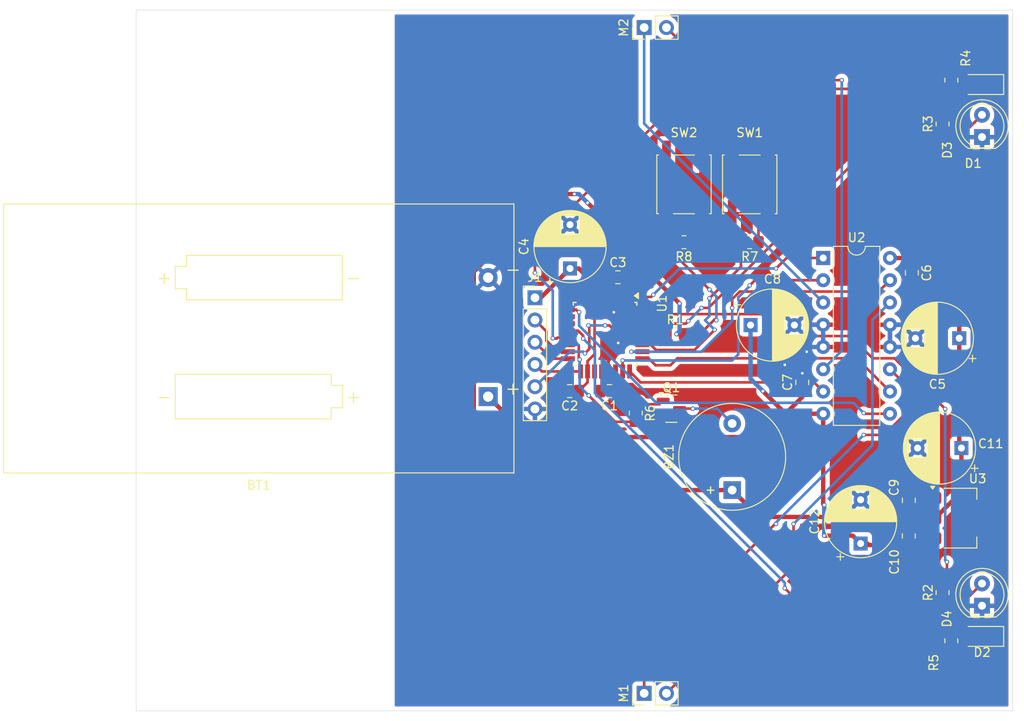
<source format=kicad_pcb>
(kicad_pcb (version 20240108) (generator "pcbnew") (generator_version "8.0")
  (layers (0 "F.Cu" signal) (31 "B.Cu" signal) (34 "B.Paste" user) (35 "F.Paste" user) (36 "B.SilkS" user "B.Silkscreen") (37 "F.SilkS" user "F.Silkscreen") (38 "B.Mask" user) (39 "F.Mask" user) (44 "Edge.Cuts" user))
  (net 0 "")
  (net 1 "GND")
  (net 2 "+BATT")
  (net 3 "Net-(BZ1--)")
  (net 4 "+5V")
  (net 5 "Net-(U1-AREF)")
  (net 6 "Net-(D1-A)")
  (net 7 "Net-(D2-A)")
  (net 8 "Net-(D3-A)")
  (net 9 "Net-(D4-A)")
  (net 10 "/MISO")
  (net 11 "/MOSI")
  (net 12 "/reset")
  (net 13 "/SCK")
  (net 14 "Net-(M1-+)")
  (net 15 "Net-(M1--)")
  (net 16 "Net-(M2--)")
  (net 17 "Net-(M2-+)")
  (net 18 "Net-(Q1-B)")
  (net 19 "/led 4")
  (net 20 "/led 3")
  (net 21 "/led 2")
  (net 22 "/led 1")
  (net 23 "/buzzer")
  (net 24 "/przycisk 1")
  (net 25 "Net-(R7-Pad1)")
  (net 26 "Net-(R8-Pad1)")
  (net 27 "/przycisk 2")
  (net 30 "/pwm motor 1")
  (net 31 "/pwm motor 2")
  (net 34 "/motor b1")
  (net 39 "/motor a2")
  (net 40 "/motor b2")
  (net 41 "/motor a1")
  (footprint "Connector_PinHeader_2.54mm:PinHeader_1x06_P2.54mm_Vertical" (layer "F.Cu") (at 146 92.84)
    (property "Reference" "J1" (at 0 -2.33 0) (layer "F.SilkS"))
    (property "Value" "Conn_01x06_Pin")
    (pad "1" thru_hole rect (at 0 0) (size 1.7 1.7) (drill 1) (layers "*.Cu" "*.Mask") (net 4 "+5V"))
    (pad "2" thru_hole oval (at 0 2.54) (size 1.7 1.7) (drill 1) (layers "*.Cu" "*.Mask") (net 11 "/MOSI"))
    (pad "3" thru_hole oval (at 0 5.08) (size 1.7 1.7) (drill 1) (layers "*.Cu" "*.Mask") (net 10 "/MISO"))
    (pad "4" thru_hole oval (at 0 7.62) (size 1.7 1.7) (drill 1) (layers "*.Cu" "*.Mask") (net 13 "/SCK"))
    (pad "5" thru_hole oval (at 0 10.16) (size 1.7 1.7) (drill 1) (layers "*.Cu" "*.Mask") (net 12 "/reset"))
    (pad "6" thru_hole oval (at 0 12.7) (size 1.7 1.7) (drill 1) (layers "*.Cu" "*.Mask") (net 1 "GND"))
  )
  (footprint "Buzzer_Beeper:Buzzer_12x9.5RM7.6" (layer "F.Cu") (at 168.5 114.8 90)
    (property "Reference" "BZ1" (at 3.8 -7.2 90) (layer "F.SilkS"))
    (property "Value" "Buzzer")
    (fp_text user "+" (at -0.01 -2.54 90) (layer "F.SilkS"))
    (pad "1" thru_hole rect (at 0 0 90) (size 2 2) (drill 1) (layers "*.Cu" "*.Mask") (net 4 "+5V"))
    (pad "2" thru_hole circle (at 7.6 0 90) (size 2 2) (drill 1) (layers "*.Cu" "*.Mask") (net 3 "Net-(BZ1--)"))
  )
  (footprint "Diode_SMD:D_1206_3216Metric_Pad1.42x1.75mm_HandSolder" (layer "F.Cu") (at 197.0125 131.5 180)
    (property "Reference" "D2" (at 0 -1.82 0) (layer "F.SilkS"))
    (property "Value" "LED")
    (pad "1" smd roundrect (at -1.4875 0 180) (size 1.425 1.75) (layers "F.Cu" "F.Paste" "F.Mask") (roundrect_rratio 0.175439) (net 1 "GND"))
    (pad "2" smd roundrect (at 1.4875 0 180) (size 1.425 1.75) (layers "F.Cu" "F.Paste" "F.Mask") (roundrect_rratio 0.175439) (net 7 "Net-(D2-A)"))
  )
  (footprint "Capacitor_SMD:C_0805_2012Metric_Pad1.18x1.45mm_HandSolder" (layer "F.Cu") (at 155.4625 90.5)
    (property "Reference" "C3" (at 0 -1.68 0) (layer "F.SilkS"))
    (property "Value" "100nF")
    (pad "1" smd roundrect (at -1.0375 0) (size 1.175 1.45) (layers "F.Cu" "F.Paste" "F.Mask") (roundrect_rratio 0.212766) (net 4 "+5V"))
    (pad "2" smd roundrect (at 1.0375 0) (size 1.175 1.45) (layers "F.Cu" "F.Paste" "F.Mask") (roundrect_rratio 0.212766) (net 1 "GND"))
  )
  (footprint "Capacitor_SMD:C_0805_2012Metric_Pad1.18x1.45mm_HandSolder" (layer "F.Cu") (at 149.9625 103.5 180)
    (property "Reference" "C2" (at 0 -1.68 360) (layer "F.SilkS"))
    (property "Value" "100nF")
    (pad "1" smd roundrect (at -1.0375 0 180) (size 1.175 1.45) (layers "F.Cu" "F.Paste" "F.Mask") (roundrect_rratio 0.212766) (net 4 "+5V"))
    (pad "2" smd roundrect (at 1.0375 0 180) (size 1.175 1.45) (layers "F.Cu" "F.Paste" "F.Mask") (roundrect_rratio 0.212766) (net 1 "GND"))
  )
  (footprint "Package_QFP:TQFP-32_7x7mm_P0.8mm" (layer "F.Cu") (at 154 97 -90)
    (property "Reference" "U1" (at -3.5 -6.5 90) (layer "F.SilkS"))
    (property "Value" "ATmega328P-A")
    (pad "1" smd rect (at -4.25 -2.8 270) (size 1.6 0.55) (layers "F.Cu" "F.Paste" "F.Mask") (net 30 "/pwm motor 1"))
    (pad "2" smd rect (at -4.25 -2 270) (size 1.6 0.55) (layers "F.Cu" "F.Paste" "F.Mask"))
    (pad "3" smd rect (at -4.25 -1.2 270) (size 1.6 0.55) (layers "F.Cu" "F.Paste" "F.Mask") (net 1 "GND"))
    (pad "4" smd rect (at -4.25 -0.4 270) (size 1.6 0.55) (layers "F.Cu" "F.Paste" "F.Mask") (net 4 "+5V"))
    (pad "5" smd rect (at -4.25 0.4 270) (size 1.6 0.55) (layers "F.Cu" "F.Paste" "F.Mask") (net 1 "GND"))
    (pad "6" smd rect (at -4.25 1.2 270) (size 1.6 0.55) (layers "F.Cu" "F.Paste" "F.Mask") (net 4 "+5V"))
    (pad "7" smd rect (at -4.25 2 270) (size 1.6 0.55) (layers "F.Cu" "F.Paste" "F.Mask"))
    (pad "8" smd rect (at -4.25 2.8 270) (size 1.6 0.55) (layers "F.Cu" "F.Paste" "F.Mask"))
    (pad "9" smd rect (at -2.8 4.25) (size 1.6 0.55) (layers "F.Cu" "F.Paste" "F.Mask") (net 31 "/pwm motor 2"))
    (pad "10" smd rect (at -2 4.25) (size 1.6 0.55) (layers "F.Cu" "F.Paste" "F.Mask"))
    (pad "11" smd rect (at -1.2 4.25) (size 1.6 0.55) (layers "F.Cu" "F.Paste" "F.Mask"))
    (pad "12" smd rect (at -0.4 4.25) (size 1.6 0.55) (layers "F.Cu" "F.Paste" "F.Mask") (net 22 "/led 1"))
    (pad "13" smd rect (at 0.4 4.25) (size 1.6 0.55) (layers "F.Cu" "F.Paste" "F.Mask") (net 21 "/led 2"))
    (pad "14" smd rect (at 1.2 4.25) (size 1.6 0.55) (layers "F.Cu" "F.Paste" "F.Mask") (net 23 "/buzzer"))
    (pad "15" smd rect (at 2 4.25) (size 1.6 0.55) (layers "F.Cu" "F.Paste" "F.Mask") (net 11 "/MOSI"))
    (pad "16" smd rect (at 2.8 4.25) (size 1.6 0.55) (layers "F.Cu" "F.Paste" "F.Mask") (net 10 "/MISO"))
    (pad "17" smd rect (at 4.25 2.8 270) (size 1.6 0.55) (layers "F.Cu" "F.Paste" "F.Mask") (net 13 "/SCK"))
    (pad "18" smd rect (at 4.25 2 270) (size 1.6 0.55) (layers "F.Cu" "F.Paste" "F.Mask") (net 4 "+5V"))
    (pad "19" smd rect (at 4.25 1.2 270) (size 1.6 0.55) (layers "F.Cu" "F.Paste" "F.Mask"))
    (pad "20" smd rect (at 4.25 0.4 270) (size 1.6 0.55) (layers "F.Cu" "F.Paste" "F.Mask") (net 5 "Net-(U1-AREF)"))
    (pad "21" smd rect (at 4.25 -0.4 270) (size 1.6 0.55) (layers "F.Cu" "F.Paste" "F.Mask") (net 1 "GND"))
    (pad "22" smd rect (at 4.25 -1.2 270) (size 1.6 0.55) (layers "F.Cu" "F.Paste" "F.Mask"))
    (pad "23" smd rect (at 4.25 -2 270) (size 1.6 0.55) (layers "F.Cu" "F.Paste" "F.Mask") (net 41 "/motor a1"))
    (pad "24" smd rect (at 4.25 -2.8 270) (size 1.6 0.55) (layers "F.Cu" "F.Paste" "F.Mask") (net 34 "/motor b1"))
    (pad "25" smd rect (at 2.8 -4.25) (size 1.6 0.55) (layers "F.Cu" "F.Paste" "F.Mask") (net 39 "/motor a2"))
    (pad "26" smd rect (at 2 -4.25) (size 1.6 0.55) (layers "F.Cu" "F.Paste" "F.Mask") (net 40 "/motor b2"))
    (pad "27" smd rect (at 1.2 -4.25) (size 1.6 0.55) (layers "F.Cu" "F.Paste" "F.Mask") (net 24 "/przycisk 1"))
    (pad "28" smd rect (at 0.4 -4.25) (size 1.6 0.55) (layers "F.Cu" "F.Paste" "F.Mask") (net 27 "/przycisk 2"))
    (pad "29" smd rect (at -0.4 -4.25) (size 1.6 0.55) (layers "F.Cu" "F.Paste" "F.Mask") (net 12 "/reset"))
    (pad "30" smd rect (at -1.2 -4.25) (size 1.6 0.55) (layers "F.Cu" "F.Paste" "F.Mask") (net 20 "/led 3"))
    (pad "31" smd rect (at -2 -4.25) (size 1.6 0.55) (layers "F.Cu" "F.Paste" "F.Mask") (net 19 "/led 4"))
    (pad "32" smd rect (at -2.8 -4.25) (size 1.6 0.55) (layers "F.Cu" "F.Paste" "F.Mask"))
  )
  (footprint "Resistor_SMD:R_0805_2012Metric_Pad1.20x1.40mm_HandSolder" (layer "F.Cu") (at 162 97)
    (property "Reference" "R1" (at 0 -1.65 360) (layer "F.SilkS"))
    (property "Value" "10k")
    (pad "1" smd roundrect (at -1 0) (size 1.2 1.4) (layers "F.Cu" "F.Paste" "F.Mask") (roundrect_rratio 0.208333) (net 12 "/reset"))
    (pad "2" smd roundrect (at 1 0) (size 1.2 1.4) (layers "F.Cu" "F.Paste" "F.Mask") (roundrect_rratio 0.208333) (net 4 "+5V"))
  )
  (footprint "Package_DIP:DIP-16_W7.62mm" (layer "F.Cu") (at 178.88 88.3025)
    (property "Reference" "U2" (at 3.81 -2.33 0) (layer "F.SilkS"))
    (property "Value" "L293D")
    (pad "1" thru_hole rect (at 0 0) (size 1.6 1.6) (drill 0.8) (layers "*.Cu" "*.Mask") (net 30 "/pwm motor 1"))
    (pad "2" thru_hole oval (at 0 2.54) (size 1.6 1.6) (drill 0.8) (layers "*.Cu" "*.Mask") (net 41 "/motor a1"))
    (pad "3" thru_hole oval (at 0 5.08) (size 1.6 1.6) (drill 0.8) (layers "*.Cu" "*.Mask") (net 17 "Net-(M2-+)"))
    (pad "4" thru_hole oval (at 0 7.62) (size 1.6 1.6) (drill 0.8) (layers "*.Cu" "*.Mask") (net 1 "GND"))
    (pad "5" thru_hole oval (at 0 10.16) (size 1.6 1.6) (drill 0.8) (layers "*.Cu" "*.Mask") (net 1 "GND"))
    (pad "6" thru_hole oval (at 0 12.7) (size 1.6 1.6) (drill 0.8) (layers "*.Cu" "*.Mask") (net 16 "Net-(M2--)"))
    (pad "7" thru_hole oval (at 0 15.24) (size 1.6 1.6) (drill 0.8) (layers "*.Cu" "*.Mask") (net 34 "/motor b1"))
    (pad "8" thru_hole oval (at 0 17.78) (size 1.6 1.6) (drill 0.8) (layers "*.Cu" "*.Mask") (net 2 "+BATT"))
    (pad "9" thru_hole oval (at 7.62 17.78) (size 1.6 1.6) (drill 0.8) (layers "*.Cu" "*.Mask") (net 31 "/pwm motor 2"))
    (pad "10" thru_hole oval (at 7.62 15.24) (size 1.6 1.6) (drill 0.8) (layers "*.Cu" "*.Mask") (net 39 "/motor a2"))
    (pad "11" thru_hole oval (at 7.62 12.7) (size 1.6 1.6) (drill 0.8) (layers "*.Cu" "*.Mask") (net 14 "Net-(M1-+)"))
    (pad "12" thru_hole oval (at 7.62 10.16) (size 1.6 1.6) (drill 0.8) (layers "*.Cu" "*.Mask") (net 1 "GND"))
    (pad "13" thru_hole oval (at 7.62 7.62) (size 1.6 1.6) (drill 0.8) (layers "*.Cu" "*.Mask") (net 1 "GND"))
    (pad "14" thru_hole oval (at 7.62 5.08) (size 1.6 1.6) (drill 0.8) (layers "*.Cu" "*.Mask") (net 15 "Net-(M1--)"))
    (pad "15" thru_hole oval (at 7.62 2.54) (size 1.6 1.6) (drill 0.8) (layers "*.Cu" "*.Mask") (net 40 "/motor b2"))
    (pad "16" thru_hole oval (at 7.62 0) (size 1.6 1.6) (drill 0.8) (layers "*.Cu" "*.Mask") (net 4 "+5V"))
  )
  (footprint "Resistor_SMD:R_0805_2012Metric_Pad1.20x1.40mm_HandSolder" (layer "F.Cu") (at 163 86.5 180)
    (property "Reference" "R8" (at 0 -1.65 0) (layer "F.SilkS"))
    (property "Value" "2,2k")
    (pad "1" smd roundrect (at -1 0 180) (size 1.2 1.4) (layers "F.Cu" "F.Paste" "F.Mask") (roundrect_rratio 0.208333) (net 26 "Net-(R8-Pad1)"))
    (pad "2" smd roundrect (at 1 0 180) (size 1.2 1.4) (layers "F.Cu" "F.Paste" "F.Mask") (roundrect_rratio 0.208333) (net 27 "/przycisk 2"))
  )
  (footprint "Resistor_SMD:R_0805_2012Metric_Pad1.20x1.40mm_HandSolder" (layer "F.Cu") (at 193.5 68 -90)
    (property "Reference" "R4" (at -2.5 -1.65 90) (layer "F.SilkS"))
    (property "Value" "330")
    (pad "1" smd roundrect (at -1 0 270) (size 1.2 1.4) (layers "F.Cu" "F.Paste" "F.Mask") (roundrect_rratio 0.208333) (net 6 "Net-(D1-A)"))
    (pad "2" smd roundrect (at 1 0 270) (size 1.2 1.4) (layers "F.Cu" "F.Paste" "F.Mask") (roundrect_rratio 0.208333) (net 21 "/led 2"))
  )
  (footprint "Battery:BatteryHolder_MPD_BC2AAPC_2xAA" (layer "F.Cu") (at 140.66 104.13 180)
    (property "Reference" "BT1" (at 26.16 -10.11 0) (layer "F.SilkS"))
    (property "Value" "Battery")
    (fp_text user "+" (at -2.84 0.96 0) (layer "F.SilkS") (effects (font (size 1.5 1.5))))
    (fp_text user "-" (at 36.955 0 0) (layer "F.SilkS") (effects (font (size 1.5 1.5))))
    (fp_text user "-" (at -2.84 14.55 0) (layer "F.SilkS") (effects (font (size 1.5 1.5))))
    (fp_text user "-" (at 15.365 13.59 0) (layer "F.SilkS") (effects (font (size 1.5 1.5))))
    (fp_text user "+" (at 15.365 0 0) (layer "F.SilkS") (effects (font (size 1.5 1.5))))
    (fp_text user "+" (at 36.955 13.59 0) (layer "F.SilkS") (effects (font (size 1.5 1.5))))
    (pad "" np_thru_hole circle (at 26.16 6.63 180) (size 3.65 3.65) (drill 3.65) (layers "*.Cu" "*.Mask"))
    (pad "1" thru_hole rect (at 0 0 180) (size 2.17 2.17) (drill 1.17) (layers "*.Cu" "*.Mask") (net 2 "+BATT"))
    (pad "2" thru_hole circle (at 0 13.59 180) (size 2.17 2.17) (drill 1.17) (layers "*.Cu" "*.Mask") (net 1 "GND"))
  )
  (footprint "Capacitor_SMD:C_0805_2012Metric_Pad1.18x1.45mm_HandSolder" (layer "F.Cu") (at 154.5 103.5 180)
    (property "Reference" "C1" (at 0 -1.68 360) (layer "F.SilkS"))
    (property "Value" "100nF")
    (pad "1" smd roundrect (at -1.0375 0 180) (size 1.175 1.45) (layers "F.Cu" "F.Paste" "F.Mask") (roundrect_rratio 0.212766) (net 1 "GND"))
    (pad "2" smd roundrect (at 1.0375 0 180) (size 1.175 1.45) (layers "F.Cu" "F.Paste" "F.Mask") (roundrect_rratio 0.212766) (net 5 "Net-(U1-AREF)"))
  )
  (footprint "Resistor_SMD:R_0805_2012Metric_Pad1.20x1.40mm_HandSolder" (layer "F.Cu") (at 192.5 126.5 90)
    (property "Reference" "R2" (at 0 -1.65 90) (layer "F.SilkS"))
    (property "Value" "330")
    (pad "1" smd roundrect (at -1 0 90) (size 1.2 1.4) (layers "F.Cu" "F.Paste" "F.Mask") (roundrect_rratio 0.208333) (net 9 "Net-(D4-A)"))
    (pad "2" smd roundrect (at 1 0 90) (size 1.2 1.4) (layers "F.Cu" "F.Paste" "F.Mask") (roundrect_rratio 0.208333) (net 19 "/led 4"))
  )
  (footprint "Capacitor_THT:CP_Radial_D8.0mm_P5.00mm" (layer "F.Cu") (at 170.597349 95.9625)
    (property "Reference" "C8" (at 2.5 -5.25 0) (layer "F.SilkS"))
    (property "Value" "220uF")
    (pad "1" thru_hole rect (at 0 0) (size 1.6 1.6) (drill 0.8) (layers "*.Cu" "*.Mask") (net 2 "+BATT"))
    (pad "2" thru_hole circle (at 5 0) (size 1.6 1.6) (drill 0.8) (layers "*.Cu" "*.Mask") (net 1 "GND"))
  )
  (footprint "Capacitor_THT:CP_Radial_D8.0mm_P5.00mm" (layer "F.Cu") (at 150 89.5 90)
    (property "Reference" "C4" (at 2.5 -5.25 90) (layer "F.SilkS"))
    (property "Value" "220uF")
    (pad "1" thru_hole rect (at 0 0 90) (size 1.6 1.6) (drill 0.8) (layers "*.Cu" "*.Mask") (net 4 "+5V"))
    (pad "2" thru_hole circle (at 5 0 90) (size 1.6 1.6) (drill 0.8) (layers "*.Cu" "*.Mask") (net 1 "GND"))
  )
  (footprint "Button_Switch_SMD:SW_SPST_EVQQ2" (layer "F.Cu") (at 170.5 79.9 90)
    (property "Reference" "SW1" (at 5.9 0 180) (layer "F.SilkS"))
    (property "Value" "SW_Push")
    (pad "1" smd rect (at -3.4 -2 90) (size 3.2 1) (layers "F.Cu" "F.Paste" "F.Mask") (net 1 "GND"))
    (pad "1" smd rect (at 3.4 -2 90) (size 3.2 1) (layers "F.Cu" "F.Paste" "F.Mask") (net 1 "GND"))
    (pad "2" smd rect (at -3.4 2 90) (size 3.2 1) (layers "F.Cu" "F.Paste" "F.Mask") (net 25 "Net-(R7-Pad1)"))
    (pad "2" smd rect (at 3.4 2 90) (size 3.2 1) (layers "F.Cu" "F.Paste" "F.Mask") (net 25 "Net-(R7-Pad1)"))
  )
  (footprint "Resistor_SMD:R_0805_2012Metric_Pad1.20x1.40mm_HandSolder" (layer "F.Cu") (at 170.5 86.5 180)
    (property "Reference" "R7" (at 0 -1.65 0) (layer "F.SilkS"))
    (property "Value" "2,2k")
    (pad "1" smd roundrect (at -1 0 180) (size 1.2 1.4) (layers "F.Cu" "F.Paste" "F.Mask") (roundrect_rratio 0.208333) (net 25 "Net-(R7-Pad1)"))
    (pad "2" smd roundrect (at 1 0 180) (size 1.2 1.4) (layers "F.Cu" "F.Paste" "F.Mask") (roundrect_rratio 0.208333) (net 24 "/przycisk 1"))
  )
  (footprint "Button_Switch_SMD:SW_SPST_EVQQ2" (layer "F.Cu") (at 163 79.9 -90)
    (property "Reference" "SW2" (at -5.9 0 180) (layer "F.SilkS"))
    (property "Value" "SW_Push")
    (pad "1" smd rect (at -3.4 -2 270) (size 3.2 1) (layers "F.Cu" "F.Paste" "F.Mask") (net 1 "GND"))
    (pad "1" smd rect (at 3.4 -2 270) (size 3.2 1) (layers "F.Cu" "F.Paste" "F.Mask") (net 1 "GND"))
    (pad "2" smd rect (at -3.4 2 270) (size 3.2 1) (layers "F.Cu" "F.Paste" "F.Mask") (net 26 "Net-(R8-Pad1)"))
    (pad "2" smd rect (at 3.4 2 270) (size 3.2 1) (layers "F.Cu" "F.Paste" "F.Mask") (net 26 "Net-(R8-Pad1)"))
  )
  (footprint "Connector_PinHeader_2.54mm:PinHeader_1x02_P2.54mm_Vertical" (layer "F.Cu") (at 158.46 138 90)
    (property "Reference" "M1" (at 0 -2.33 90) (layer "F.SilkS"))
    (property "Value" "motor 2")
    (pad "1" thru_hole rect (at 0 0 90) (size 1.7 1.7) (drill 1) (layers "*.Cu" "*.Mask") (net 14 "Net-(M1-+)"))
    (pad "2" thru_hole oval (at 0 2.54 90) (size 1.7 1.7) (drill 1) (layers "*.Cu" "*.Mask") (net 15 "Net-(M1--)"))
  )
  (footprint "Capacitor_SMD:C_0805_2012Metric_Pad1.18x1.45mm_HandSolder" (layer "F.Cu") (at 189 90 -90)
    (property "Reference" "C6" (at 0 -1.68 90) (layer "F.SilkS"))
    (property "Value" "100n")
    (pad "1" smd roundrect (at -1.0375 0 270) (size 1.175 1.45) (layers "F.Cu" "F.Paste" "F.Mask") (roundrect_rratio 0.212766) (net 4 "+5V"))
    (pad "2" smd roundrect (at 1.0375 0 270) (size 1.175 1.45) (layers "F.Cu" "F.Paste" "F.Mask") (roundrect_rratio 0.212766) (net 1 "GND"))
  )
  (footprint "Capacitor_THT:CP_Radial_D8.0mm_P5.00mm" (layer "F.Cu") (at 183.15 120.902651 90)
    (property "Reference" "C12" (at 2.5 -5.25 90) (layer "F.SilkS"))
    (property "Value" "220uF")
    (pad "1" thru_hole rect (at 0 0 90) (size 1.6 1.6) (drill 0.8) (layers "*.Cu" "*.Mask") (net 2 "+BATT"))
    (pad "2" thru_hole circle (at 5 0 90) (size 1.6 1.6) (drill 0.8) (layers "*.Cu" "*.Mask") (net 1 "GND"))
  )
  (footprint "Connector_PinHeader_2.54mm:PinHeader_1x02_P2.54mm_Vertical" (layer "F.Cu") (at 158.46 62 90)
    (property "Reference" "M2" (at 0 -2.33 90) (layer "F.SilkS"))
    (property "Value" "motor 1")
    (pad "1" thru_hole rect (at 0 0 90) (size 1.7 1.7) (drill 1) (layers "*.Cu" "*.Mask") (net 17 "Net-(M2-+)"))
    (pad "2" thru_hole oval (at 0 2.54 90) (size 1.7 1.7) (drill 1) (layers "*.Cu" "*.Mask") (net 16 "Net-(M2--)"))
  )
  (footprint "Resistor_SMD:R_0805_2012Metric_Pad1.20x1.40mm_HandSolder" (layer "F.Cu") (at 193.5 132 -90)
    (property "Reference" "R5" (at 2.5 2 90) (layer "F.SilkS"))
    (property "Value" "330")
    (pad "1" smd roundrect (at -1 0 270) (size 1.2 1.4) (layers "F.Cu" "F.Paste" "F.Mask") (roundrect_rratio 0.208333) (net 7 "Net-(D2-A)"))
    (pad "2" smd roundrect (at 1 0 270) (size 1.2 1.4) (layers "F.Cu" "F.Paste" "F.Mask") (roundrect_rratio 0.208333) (net 22 "/led 1"))
  )
  (footprint "Capacitor_SMD:C_0805_2012Metric_Pad1.18x1.45mm_HandSolder" (layer "F.Cu") (at 176.5 102.5 90)
    (property "Reference" "C7" (at 0 -1.68 90) (layer "F.SilkS"))
    (property "Value" "100n")
    (pad "1" smd roundrect (at -1.0375 0 90) (size 1.175 1.45) (layers "F.Cu" "F.Paste" "F.Mask") (roundrect_rratio 0.212766) (net 2 "+BATT"))
    (pad "2" smd roundrect (at 1.0375 0 90) (size 1.175 1.45) (layers "F.Cu" "F.Paste" "F.Mask") (roundrect_rratio 0.212766) (net 1 "GND"))
  )
  (footprint "Package_TO_SOT_SMD:SOT-23" (layer "F.Cu") (at 161.5625 105.5)
    (property "Reference" "Q1" (at 0 -2.4 0) (layer "F.SilkS"))
    (property "Value" "MMBT5551L")
    (pad "1" smd roundrect (at -0.9375 -0.95) (size 1.475 0.6) (layers "F.Cu" "F.Paste" "F.Mask") (net 18 "Net-(Q1-B)"))
    (pad "2" smd roundrect (at -0.9375 0.95) (size 1.475 0.6) (layers "F.Cu" "F.Paste" "F.Mask") (net 1 "GND"))
    (pad "3" smd roundrect (at 0.9375 0) (size 1.475 0.6) (layers "F.Cu" "F.Paste" "F.Mask") (net 3 "Net-(BZ1--)"))
  )
  (footprint "Package_TO_SOT_SMD:SOT-223-3_TabPin2" (layer "F.Cu") (at 194.5 118)
    (property "Reference" "U3" (at 2 -4.5 0) (layer "F.SilkS"))
    (property "Value" "AMS1117-5.0")
    (pad "1" smd roundrect (at -3.15 -2.3) (size 2 1.5) (layers "F.Cu" "F.Paste" "F.Mask") (net 1 "GND"))
    (pad "2" smd roundrect (at -3.15 0) (size 2 1.5) (layers "F.Cu" "F.Paste" "F.Mask") (net 4 "+5V"))
    (pad "2" smd roundrect (at 3.15 0) (size 2 3.8) (layers "F.Cu" "F.Paste" "F.Mask") (net 4 "+5V"))
    (pad "3" smd roundrect (at -3.15 2.3) (size 2 1.5) (layers "F.Cu" "F.Paste" "F.Mask") (net 2 "+BATT"))
  )
  (footprint "Capacitor_THT:CP_Radial_D8.0mm_P5.00mm" (layer "F.Cu") (at 194.402651 97.4625 180)
    (property "Reference" "C5" (at 2.5 -5.25 0) (layer "F.SilkS"))
    (property "Value" "220uF")
    (pad "1" thru_hole rect (at 0 0 180) (size 1.6 1.6) (drill 0.8) (layers "*.Cu" "*.Mask") (net 4 "+5V"))
    (pad "2" thru_hole circle (at 5 0 180) (size 1.6 1.6) (drill 0.8) (layers "*.Cu" "*.Mask") (net 1 "GND"))
  )
  (footprint "Diode_SMD:D_1206_3216Metric_Pad1.42x1.75mm_HandSolder" (layer "F.Cu") (at 197.0125 68.5 180)
    (property "Reference" "D1" (at 1.0125 -9 0) (layer "F.SilkS"))
    (property "Value" "LED")
    (pad "1" smd roundrect (at -1.4875 0 180) (size 1.425 1.75) (layers "F.Cu" "F.Paste" "F.Mask") (roundrect_rratio 0.175439) (net 1 "GND"))
    (pad "2" smd roundrect (at 1.4875 0 180) (size 1.425 1.75) (layers "F.Cu" "F.Paste" "F.Mask") (roundrect_rratio 0.175439) (net 6 "Net-(D1-A)"))
  )
  (footprint "Capacitor_THT:CP_Radial_D8.0mm_P5.00mm" (layer "F.Cu") (at 194.65 110 180)
    (property "Reference" "C11" (at -3.35 0.5 0) (layer "F.SilkS"))
    (property "Value" "220uF")
    (pad "1" thru_hole rect (at 0 0 180) (size 1.6 1.6) (drill 0.8) (layers "*.Cu" "*.Mask") (net 4 "+5V"))
    (pad "2" thru_hole circle (at 5 0 180) (size 1.6 1.6) (drill 0.8) (layers "*.Cu" "*.Mask") (net 1 "GND"))
  )
  (footprint "Capacitor_SMD:C_0805_2012Metric_Pad1.18x1.45mm_HandSolder" (layer "F.Cu") (at 188.65 120.0375 90)
    (property "Reference" "C10" (at -2.9625 -1.65 90) (layer "F.SilkS"))
    (property "Value" "100nF")
    (pad "1" smd roundrect (at -1.0375 0 90) (size 1.175 1.45) (layers "F.Cu" "F.Paste" "F.Mask") (roundrect_rratio 0.212766) (net 2 "+BATT"))
    (pad "2" smd roundrect (at 1.0375 0 90) (size 1.175 1.45) (layers "F.Cu" "F.Paste" "F.Mask") (roundrect_rratio 0.212766) (net 1 "GND"))
  )
  (footprint "Resistor_SMD:R_0805_2012Metric_Pad1.20x1.40mm_HandSolder" (layer "F.Cu") (at 157.5 106 -90)
    (property "Reference" "R6" (at 0 -1.65 90) (layer "F.SilkS"))
    (property "Value" "2.2k")
    (pad "1" smd roundrect (at -1 0 270) (size 1.2 1.4) (layers "F.Cu" "F.Paste" "F.Mask") (roundrect_rratio 0.208333) (net 18 "Net-(Q1-B)"))
    (pad "2" smd roundrect (at 1 0 270) (size 1.2 1.4) (layers "F.Cu" "F.Paste" "F.Mask") (roundrect_rratio 0.208333) (net 23 "/buzzer"))
  )
  (footprint "LED_THT:LED_D5.0mm" (layer "F.Cu") (at 197 128 90)
    (property "Reference" "D4" (at -1.5 -4 90) (layer "F.SilkS"))
    (property "Value" "LED")
    (pad "1" thru_hole rect (at 0 0 90) (size 1.8 1.8) (drill 0.9) (layers "*.Cu" "*.Mask") (net 1 "GND"))
    (pad "2" thru_hole circle (at 2.54 0 90) (size 1.8 1.8) (drill 0.9) (layers "*.Cu" "*.Mask") (net 9 "Net-(D4-A)"))
  )
  (footprint "Resistor_SMD:R_0805_2012Metric_Pad1.20x1.40mm_HandSolder" (layer "F.Cu") (at 192.5 73 90)
    (property "Reference" "R3" (at 0 -1.65 90) (layer "F.SilkS"))
    (property "Value" "330")
    (pad "1" smd roundrect (at -1 0 90) (size 1.2 1.4) (layers "F.Cu" "F.Paste" "F.Mask") (roundrect_rratio 0.208333) (net 8 "Net-(D3-A)"))
    (pad "2" smd roundrect (at 1 0 90) (size 1.2 1.4) (layers "F.Cu" "F.Paste" "F.Mask") (roundrect_rratio 0.208333) (net 20 "/led 3"))
  )
  (footprint "Capacitor_SMD:C_0805_2012Metric_Pad1.18x1.45mm_HandSolder" (layer "F.Cu") (at 188.65 115.9625 90)
    (property "Reference" "C9" (at 1.4625 -1.68 90) (layer "F.SilkS"))
    (property "Value" "100nF")
    (pad "1" smd roundrect (at -1.0375 0 90) (size 1.175 1.45) (layers "F.Cu" "F.Paste" "F.Mask") (roundrect_rratio 0.212766) (net 4 "+5V"))
    (pad "2" smd roundrect (at 1.0375 0 90) (size 1.175 1.45) (layers "F.Cu" "F.Paste" "F.Mask") (roundrect_rratio 0.212766) (net 1 "GND"))
  )
  (footprint "LED_THT:LED_D5.0mm" (layer "F.Cu") (at 197 74.5 90)
    (property "Reference" "D3" (at -1.5 -3.96 90) (layer "F.SilkS"))
    (property "Value" "LED")
    (pad "1" thru_hole rect (at 0 0 90) (size 1.8 1.8) (drill 0.9) (layers "*.Cu" "*.Mask") (net 1 "GND"))
    (pad "2" thru_hole circle (at 2.54 0 90) (size 1.8 1.8) (drill 0.9) (layers "*.Cu" "*.Mask") (net 8 "Net-(D3-A)"))
  )
  (gr_rect (start 100.5 60) (end 200.5 140) (stroke (width 0.05)) (fill none) (layer "Edge.Cuts"))
  (segment (start 174.5 100.5) (end 175.5375 100.5) (width 0.3) (layer "F.Cu") (net 1))
  (segment (start 154.4 101.25) (end 154.475 101.325) (width 0.3) (layer "F.Cu") (net 1))
  (segment (start 154.475 102.4375) (end 155.5375 103.5) (width 0.3) (layer "F.Cu") (net 1))
  (segment (start 175.5375 100.5) (end 176.5 101.4625) (width 0.3) (layer "F.Cu") (net 1))
  (segment (start 156.5 90.5) (end 155.2 91.8) (width 0.3) (layer "F.Cu") (net 1))
  (segment (start 155.2 91.8) (end 155.2 92.75) (width 0.3) (layer "F.Cu") (net 1))
  (segment (start 179 98.5) (end 177.5 98.5) (width 0.3) (layer "F.Cu") (net 1))
  (segment (start 155.2 94.3) (end 155.2 92.75) (width 0.3) (layer "F.Cu") (net 1))
  (segment (start 155.2 92.75) (end 155.2 93.925) (width 0.3) (layer "F.Cu") (net 1))
  (segment (start 155.125 94) (end 153.675 94) (width 0.3) (layer "F.Cu") (net 1))
  (segment (start 153.6 93.925) (end 153.6 92.75) (width 0.3) (layer "F.Cu") (net 1))
  (segment (start 155 94.5) (end 155.2 94.3) (width 0.3) (layer "F.Cu") (net 1))
  (segment (start 177.5 98.5) (end 177 99) (width 0.3) (layer "F.Cu") (net 1))
  (segment (start 178.9625 98.4625) (end 179 98.5) (width 0.3) (layer "F.Cu") (net 1))
  (segment (start 154.4 101.25) (end 154.4 99.1) (width 0.3) (layer "F.Cu") (net 1))
  (segment (start 154.475 101.325) (end 154.475 102.4375) (width 0.3) (layer "F.Cu") (net 1))
  (segment (start 153.675 94) (end 153.6 93.925) (width 0.3) (layer "F.Cu") (net 1))
  (segment (start 178.88 98.4625) (end 178.9625 98.4625) (width 0.3) (layer "F.Cu") (net 1))
  (segment (start 154.4 99.1) (end 155.5 98) (width 0.3) (layer "F.Cu") (net 1))
  (segment (start 155.2 93.925) (end 155.125 94) (width 0.3) (layer "F.Cu") (net 1))
  (via (at 155 94.5) (size 0.5) (drill 0.3) (layers "F.Cu" "B.Cu") (net 1))
  (via (at 155.5 98) (size 0.5) (drill 0.3) (layers "F.Cu" "B.Cu") (net 1))
  (via (at 174.5 100.5) (size 0.5) (drill 0.3) (layers "F.Cu" "B.Cu") (net 1))
  (via (at 176.5 101.4625) (size 0.5) (drill 0.3) (layers "F.Cu" "B.Cu") (net 1))
  (via (at 177 99) (size 0.5) (drill 0.3) (layers "F.Cu" "B.Cu") (net 1))
  (segment (start 155.5 98) (end 155.5 95) (width 0.3) (layer "B.Cu") (net 1))
  (segment (start 175.5 100.5) (end 174.5 100.5) (width 0.3) (layer "B.Cu") (net 1))
  (segment (start 177 99) (end 175.5 100.5) (width 0.3) (layer "B.Cu") (net 1))
  (segment (start 155.5 95) (end 155 94.5) (width 0.3) (layer "B.Cu") (net 1))
  (segment (start 178.88 106.0825) (end 178.88 116.38) (width 0.5) (layer "F.Cu") (net 2))
  (segment (start 178.88 106.0825) (end 174.5825 106.0825) (width 0.5) (layer "F.Cu") (net 2))
  (segment (start 176.5 104.165) (end 174.5825 106.0825) (width 0.5) (layer "F.Cu") (net 2))
  (segment (start 174.5825 106.0825) (end 174 105.5) (width 0.5) (layer "F.Cu") (net 2))
  (segment (start 170.75 108.75) (end 174 105.5) (width 0.5) (layer "F.Cu") (net 2))
  (segment (start 179 120) (end 182.247349 120) (width 0.5) (layer "F.Cu") (net 2))
  (segment (start 184.075 121.075) (end 188.65 121.075) (width 0.5) (layer "F.Cu") (net 2))
  (segment (start 145.28 108.75) (end 170.75 108.75) (width 0.5) (layer "F.Cu") (net 2))
  (segment (start 183.15 120.902651) (end 183.902651 120.902651) (width 0.5) (layer "F.Cu") (net 2))
  (segment (start 183.902651 120.902651) (end 184.075 121.075) (width 0.5) (layer "F.Cu") (net 2))
  (segment (start 140.66 104.13) (end 145.28 108.75) (width 0.5) (layer "F.Cu") (net 2))
  (segment (start 176.5 103.5375) (end 176.5 104.165) (width 0.5) (layer "F.Cu") (net 2))
  (segment (start 188.65 121.075) (end 190.575 121.075) (width 0.5) (layer "F.Cu") (net 2))
  (segment (start 174 105.5) (end 172 103.5) (width 0.5) (layer "F.Cu") (net 2))
  (segment (start 178.88 116.38) (end 179 116.5) (width 0.5) (layer "F.Cu") (net 2))
  (segment (start 190.575 121.075) (end 191.35 120.3) (width 0.5) (layer "F.Cu") (net 2))
  (segment (start 182.247349 120) (end 183.15 120.902651) (width 0.5) (layer "F.Cu") (net 2))
  (via (at 172 103.5) (size 0.5) (drill 0.3) (layers "F.Cu" "B.Cu") (net 2))
  (via (at 179 120) (size 0.5) (drill 0.3) (layers "F.Cu" "B.Cu") (net 2))
  (via (at 179 116.5) (size 0.5) (drill 0.3) (layers "F.Cu" "B.Cu") (net 2))
  (segment (start 170.597349 102.097349) (end 170.597349 95.9625) (width 0.5) (layer "B.Cu") (net 2))
  (segment (start 179 116.5) (end 179 120) (width 0.5) (layer "B.Cu") (net 2))
  (segment (start 172 103.5) (end 170.597349 102.097349) (width 0.5) (layer "B.Cu") (net 2))
  (segment (start 162.5 105.5) (end 164 105.5) (width 0.3) (layer "F.Cu") (net 3))
  (via (at 164 105.5) (size 0.5) (drill 0.3) (layers "F.Cu" "B.Cu") (net 3))
  (segment (start 164 105.5) (end 166.8 105.5) (width 0.3) (layer "B.Cu") (net 3))
  (segment (start 166.8 105.5) (end 168.5 107.2) (width 0.3) (layer "B.Cu") (net 3))
  (segment (start 146.66 92.84) (end 146 92.84) (width 0.5) (layer "F.Cu") (net 4))
  (segment (start 152.8 91.5375) (end 153.8375 90.5) (width 0.3) (layer "F.Cu") (net 4))
  (segment (start 190.35 117) (end 191.35 118) (width 0.5) (layer "F.Cu") (net 4))
  (segment (start 194.402651 97.4625) (end 194.402651 109.752651) (width 0.5) (layer "F.Cu") (net 4))
  (segment (start 158 89) (end 156.5 89) (width 0.5) (layer "F.Cu") (net 4))
  (segment (start 139.025 89.86276) (end 139.025 109.025) (width 0.5) (layer "F.Cu") (net 4))
  (segment (start 162.5 93.5) (end 158 89) (width 0.5) (layer "F.Cu") (net 4))
  (segment (start 154.5 89) (end 154.5 90.425) (width 0.5) (layer "F.Cu") (net 4))
  (segment (start 189 88.9625) (end 194.402651 94.365151) (width 0.5) (layer "F.Cu") (net 4))
  (segment (start 168.5 114.8) (end 171.5625 117.8625) (width 0.5) (layer "F.Cu") (net 4))
  (segment (start 194.402651 94.365151) (end 194.402651 97.4625) (width 0.5) (layer "F.Cu") (net 4))
  (segment (start 151 89.5) (end 152.8 91.3) (width 0.5) (layer "F.Cu") (net 4))
  (segment (start 191.2125 117.8625) (end 191.35 118) (width 0.5) (layer "F.Cu") (net 4))
  (segment (start 144.8 114.8) (end 168.5 114.8) (width 0.5) (layer "F.Cu") (net 4))
  (segment (start 156.5 86.5) (end 152 82) (width 0.5) (layer "F.Cu") (net 4))
  (segment (start 171.5625 117.8625) (end 191.2125 117.8625) (width 0.5) (layer "F.Cu") (net 4))
  (segment (start 153.8375 90.5) (end 154.425 90.5) (width 0.3) (layer "F.Cu") (net 4))
  (segment (start 152 100.075) (end 152 101.25) (width 0.3) (layer "F.Cu") (net 4))
  (segment (start 186.5 88.3025) (end 188.34 88.3025) (width 0.5) (layer "F.Cu") (net 4))
  (segment (start 194.65 110) (end 194.65 115) (width 0.5) (layer "F.Cu") (net 4))
  (segment (start 139.025 109.025) (end 144.8 114.8) (width 0.5) (layer "F.Cu") (net 4))
  (segment (start 152.8 91.3) (end 152.8 91.4) (width 0.5) (layer "F.Cu") (net 4))
  (segment (start 147.88776 81) (end 139.025 89.86276) (width 0.5) (layer "F.Cu") (net 4))
  (segment (start 150 89.5) (end 151 89.5) (width 0.5) (layer "F.Cu") (net 4))
  (segment (start 154.4 90.525) (end 154.425 90.5) (width 0.3) (layer "F.Cu") (net 4))
  (segment (start 152.8 92.75) (end 152.8 91.5375) (width 0.3) (layer "F.Cu") (net 4))
  (segment (start 152.8 99.275) (end 152 100.075) (width 0.3) (layer "F.Cu") (net 4))
  (segment (start 150.5 81) (end 147.88776 81) (width 0.5) (layer "F.Cu") (net 4))
  (segment (start 156.5 89) (end 156.5 86.5) (width 0.5) (layer "F.Cu") (net 4))
  (segment (start 191.35 118) (end 191.65 118) (width 0.5) (layer "F.Cu") (net 4))
  (segment (start 152.8 92.75) (end 152.8 99.275) (width 0.3) (layer "F.Cu") (net 4))
  (segment (start 152 102.5) (end 151 103.5) (width 0.3) (layer "F.Cu") (net 4))
  (segment (start 150 89.5) (end 146.66 92.84) (width 0.5) (layer "F.Cu") (net 4))
  (segment (start 154.5 90.425) (end 154.425 90.5) (width 0.5) (layer "F.Cu") (net 4))
  (segment (start 194.402651 109.752651) (end 194.65 110) (width 0.5) (layer "F.Cu") (net 4))
  (segment (start 154.4 92.75) (end 154.4 90.525) (width 0.3) (layer "F.Cu") (net 4))
  (segment (start 154.5 89) (end 156.5 89) (width 0.5) (layer "F.Cu") (net 4))
  (segment (start 152 101.25) (end 152 102.5) (width 0.3) (layer "F.Cu") (net 4))
  (segment (start 188.65 117) (end 190.35 117) (width 0.5) (layer "F.Cu") (net 4))
  (segment (start 194.65 115) (end 197.65 118) (width 0.5) (layer "F.Cu") (net 4))
  (segment (start 163 97) (end 162.15 97) (width 0.5) (layer "F.Cu") (net 4))
  (segment (start 191.65 118) (end 194.65 115) (width 0.5) (layer "F.Cu") (net 4))
  (segment (start 188.34 88.3025) (end 189 88.9625) (width 0.5) (layer "F.Cu") (net 4))
  (via (at 162.5 93.5) (size 0.5) (drill 0.3) (layers "F.Cu" "B.Cu") (net 4))
  (via (at 162.15 97) (size 0.5) (drill 0.3) (layers "F.Cu" "B.Cu") (net 4))
  (via (at 150.5 81) (size 0.5) (drill 0.3) (layers "F.Cu" "B.Cu") (net 4))
  (via (at 152 82) (size 0.5) (drill 0.3) (layers "F.Cu" "B.Cu") (net 4))
  (segment (start 151 81) (end 150.5 81) (width 0.5) (layer "B.Cu") (net 4))
  (segment (start 152 82) (end 151 81) (width 0.5) (layer "B.Cu") (net 4))
  (segment (start 162.5 96.65) (end 162.5 93.5) (width 0.5) (layer "B.Cu") (net 4))
  (segment (start 162.15 97) (end 162.5 96.65) (width 0.5) (layer "B.Cu") (net 4))
  (segment (start 153.6 103.3625) (end 153.4625 103.5) (width 0.3) (layer "F.Cu") (net 5))
  (segment (start 153.525 101.325) (end 153.525 102) (width 0.3) (layer "F.Cu") (net 5))
  (segment (start 153.6 101.25) (end 153.675 101.325) (width 0.3) (layer "F.Cu") (net 5))
  (segment (start 153.6 101.25) (end 153.6 103.3625) (width 0.3) (layer "F.Cu") (net 5))
  (segment (start 153.6 101.25) (end 153.525 101.325) (width 0.3) (layer "F.Cu") (net 5))
  (segment (start 195.525 68.5) (end 195 68.5) (width 0.3) (layer "F.Cu") (net 6))
  (segment (start 195 68.5) (end 193.5 67) (width 0.3) (layer "F.Cu") (net 6))
  (segment (start 195.025 131) (end 195.525 131.5) (width 0.3) (layer "F.Cu") (net 7))
  (segment (start 193.5 131) (end 195.025 131) (width 0.3) (layer "F.Cu") (net 7))
  (segment (start 197 71.96) (end 194.96 74) (width 0.3) (layer "F.Cu") (net 8))
  (segment (start 194.96 74) (end 192.5 74) (width 0.3) (layer "F.Cu") (net 8))
  (segment (start 194.96 127.5) (end 192.5 127.5) (width 0.3) (layer "F.Cu") (net 9))
  (segment (start 197 125.46) (end 194.96 127.5) (width 0.3) (layer "F.Cu") (net 9))
  (segment (start 149.75 99.8) (end 147.88 99.8) (width 0.3) (layer "F.Cu") (net 10))
  (segment (start 147.88 99.8) (end 146 97.92) (width 0.3) (layer "F.Cu") (net 10))
  (segment (start 149.75 99) (end 148.575 99) (width 0.3) (layer "F.Cu") (net 11))
  (segment (start 147.3 97.725) (end 147.3 96.68) (width 0.3) (layer "F.Cu") (net 11))
  (segment (start 147.3 96.68) (end 146 95.38) (width 0.3) (layer "F.Cu") (net 11))
  (segment (start 148.575 99) (end 147.3 97.725) (width 0.3) (layer "F.Cu") (net 11))
  (segment (start 158.25 96.6) (end 160.4 96.6) (width 0.3) (layer "F.Cu") (net 12))
  (segment (start 155.1 96.6) (end 158.25 96.6) (width 0.3) (layer "F.Cu") (net 12))
  (segment (start 154 96) (end 154.5 96) (width 0.3) (layer "F.Cu") (net 12))
  (segment (start 154.5 96) (end 155.1 96.6) (width 0.3) (layer "F.Cu") (net 12))
  (segment (start 151.699999 99.189949) (end 152.2 98.689948) (width 0.3) (layer "F.Cu") (net 12))
  (segment (start 160.4 96.6) (end 160.5 96.5) (width 0.3) (layer "F.Cu") (net 12))
  (segment (start 152.2 98.689948) (end 152.2 96) (width 0.3) (layer "F.Cu") (net 12))
  (segment (start 152.2 96) (end 152.1 96) (width 0.3) (layer "F.Cu") (net 12))
  (via (at 152.1 96) (size 0.5) (drill 0.3) (layers "F.Cu" "B.Cu") (net 12))
  (via (at 154 96) (size 0.5) (drill 0.3) (layers "F.Cu" "B.Cu") (net 12))
  (via (at 151.699999 99.189949) (size 0.5) (drill 0.3) (layers "F.Cu" "B.Cu") (net 12))
  (segment (start 150 99) (end 151.5 99) (width 0.3) (layer "B.Cu") (net 12))
  (segment (start 146 103) (end 150 99) (width 0.3) (layer "B.Cu") (net 12))
  (segment (start 152.1 96) (end 154 96) (width 0.3) (layer "B.Cu") (net 12))
  (segment (start 151.51005 99) (end 151.699999 99.189949) (width 0.3) (layer "B.Cu") (net 12))
  (segment (start 151.5 99) (end 151.51005 99) (width 0.3) (layer "B.Cu") (net 12))
  (segment (start 146.79 101.25) (end 146 100.46) (width 0.3) (layer "F.Cu") (net 13))
  (segment (start 151.2 101.25) (end 146.79 101.25) (width 0.3) (layer "F.Cu") (net 13))
  (segment (start 158.46 138) (end 158.46 133.6025) (width 0.3) (layer "F.Cu") (net 14))
  (segment (start 185.850267 108.5) (end 188 106.350267) (width 0.3) (layer "F.Cu") (net 14))
  (segment (start 173.5 118.5625) (end 173.5 118.6625) (width 0.3) (layer "F.Cu") (net 14))
  (segment (start 158.46 133.6025) (end 173.5 118.5625) (width 0.3) (layer "F.Cu") (net 14))
  (segment (start 188 102.5025) (end 186.5 101.0025) (width 0.3) (layer "F.Cu") (net 14))
  (segment (start 188 106.350267) (end 188 102.5025) (width 0.3) (layer "F.Cu") (net 14))
  (segment (start 183.5 108.5) (end 185.850267 108.5) (width 0.3) (layer "F.Cu") (net 14))
  (via (at 183.5 108.5) (size 0.5) (drill 0.3) (layers "F.Cu" "B.Cu") (net 14))
  (via (at 173.5 118.6625) (size 0.5) (drill 0.3) (layers "F.Cu" "B.Cu") (net 14))
  (segment (start 173.5 118.5) (end 183.5 108.5) (width 0.3) (layer "B.Cu") (net 14))
  (segment (start 173.5 118.6625) (end 173.5 118.5) (width 0.3) (layer "B.Cu") (net 14))
  (segment (start 175.5 123.5) (end 175.5 118.6625) (width 0.3) (layer "F.Cu") (net 15))
  (segment (start 161 138) (end 175.5 123.5) (width 0.3) (layer "F.Cu") (net 15))
  (via (at 175.5 118.6625) (size 0.5) (drill 0.3) (layers "F.Cu" "B.Cu") (net 15))
  (segment (start 184.5 109.6625) (end 184.5 95.3825) (width 0.3) (layer "B.Cu") (net 15))
  (segment (start 175.5 118.6625) (end 184.5 109.6625) (width 0.3) (layer "B.Cu") (net 15))
  (segment (start 184.5 95.3825) (end 186.5 93.3825) (width 0.3) (layer "B.Cu") (net 15))
  (segment (start 161 62) (end 167 68) (width 0.3) (layer "F.Cu") (net 16))
  (segment (start 167 68) (end 181 68) (width 0.3) (layer "F.Cu") (net 16))
  (via (at 181 68) (size 0.5) (drill 0.3) (layers "F.Cu" "B.Cu") (net 16))
  (segment (start 181 80.5) (end 181 98.8825) (width 0.3) (layer "B.Cu") (net 16))
  (segment (start 181 68) (end 181 80.5) (width 0.3) (layer "B.Cu") (net 16))
  (segment (start 181 98.8825) (end 178.88 101.0025) (width 0.3) (layer "B.Cu") (net 16))
  (segment (start 158.46 72.9625) (end 158.46 62) (width 0.3) (layer "B.Cu") (net 17))
  (segment (start 178.88 93.3825) (end 158.46 72.9625) (width 0.3) (layer "B.Cu") (net 17))
  (segment (start 160.175 105) (end 160.625 104.55) (width 0.3) (layer "F.Cu") (net 18))
  (segment (start 157.5 105) (end 160.175 105) (width 0.3) (layer "F.Cu") (net 18))
  (segment (start 158.25 95) (end 159.425 95) (width 0.3) (layer "F.Cu") (net 19))
  (segment (start 159.7125 94.7125) (end 172.2125 94.7125) (width 0.3) (layer "F.Cu") (net 19))
  (segment (start 181.977767 97.2125) (end 184.517767 99.7525) (width 0.3) (layer "F.Cu") (net 19))
  (segment (start 172.2125 94.7125) (end 174.7125 97.2125) (width 0.3) (layer "F.Cu") (net 19))
  (segment (start 193 123) (end 193 125) (width 0.3) (layer "F.Cu") (net 19))
  (segment (start 174.7125 97.2125) (end 181.977767 97.2125) (width 0.3) (layer "F.Cu") (net 19))
  (segment (start 193 125) (end 192.5 125.5) (width 0.3) (layer "F.Cu") (net 19))
  (segment (start 187.017767 99.7525) (end 192.8 105.534733) (width 0.3) (layer "F.Cu") (net 19))
  (segment (start 184.517767 99.7525) (end 187.017767 99.7525) (width 0.3) (layer "F.Cu") (net 19))
  (segment (start 159.425 95) (end 159.7125 94.7125) (width 0.3) (layer "F.Cu") (net 19))
  (via (at 193 123) (size 0.5) (drill 0.3) (layers "F.Cu" "B.Cu") (net 19))
  (via (at 192.8 105.534733) (size 0.5) (drill 0.3) (layers "F.Cu" "B.Cu") (net 19))
  (segment (start 192.8 122.8) (end 193 123) (width 0.3) (layer "B.Cu") (net 19))
  (segment (start 192.8 105.534733) (end 192.8 122.8) (width 0.3) (layer "B.Cu") (net 19))
  (segment (start 165 94) (end 165.796878 94) (width 0.3) (layer "F.Cu") (net 20))
  (segment (start 158.25 95.8) (end 163.2 95.8) (width 0.3) (layer "F.Cu") (net 20))
  (segment (start 187.796878 72) (end 192.5 72) (width 0.3) (layer "F.Cu") (net 20))
  (segment (start 163.2 95.8) (end 163.5 95.5) (width 0.3) (layer "F.Cu") (net 20))
  (segment (start 165.796878 94) (end 187.796878 72) (width 0.3) (layer "F.Cu") (net 20))
  (via (at 163.5 95.5) (size 0.5) (drill 0.3) (layers "F.Cu" "B.Cu") (net 20))
  (via (at 165 94) (size 0.5) (drill 0.3) (layers "F.Cu" "B.Cu") (net 20))
  (segment (start 163.5 95.5) (end 165 94) (width 0.3) (layer "B.Cu") (net 20))
  (segment (start 163.732233 69) (end 193.5 69) (width 0.3) (layer "F.Cu") (net 21))
  (segment (start 146 90) (end 146 86.732233) (width 0.3) (layer "F.Cu") (net 21))
  (segment (start 148.475 97.5) (end 148 97.5) (width 0.3) (layer "F.Cu") (net 21))
  (segment (start 148 97.5) (end 148.032475 97.467525) (width 0.3) (layer "F.Cu") (net 21))
  (segment (start 149.75 97.4) (end 148.575 97.4) (width 0.3) (layer "F.Cu") (net 21))
  (segment (start 146 86.732233) (end 163.732233 69) (width 0.3) (layer "F.Cu") (net 21))
  (segment (start 148.575 97.4) (end 148.475 97.5) (width 0.3) (layer "F.Cu") (net 21))
  (via (at 146 90) (size 0.5) (drill 0.3) (layers "F.Cu" "B.Cu") (net 21))
  (via (at 148.032475 97.467525) (size 0.5) (drill 0.3) (layers "F.Cu" "B.Cu") (net 21))
  (segment (start 146 90) (end 148.032475 92.032475) (width 0.3) (layer "B.Cu") (net 21))
  (segment (start 148.032475 92.032475) (end 148.032475 97.467525) (width 0.3) (layer "B.Cu") (net 21))
  (segment (start 151.5 97.175) (end 150.925 96.6) (width 0.3) (layer "F.Cu") (net 22))
  (segment (start 150.925 96.6) (end 149.75 96.6) (width 0.3) (layer "F.Cu") (net 22))
  (segment (start 151.5 97.5) (end 151.5 97.175) (width 0.3) (layer "F.Cu") (net 22))
  (segment (start 181.5 133) (end 193.5 133) (width 0.3) (layer "F.Cu") (net 22))
  (segment (start 181.5 133) (end 174.5 126) (width 0.3) (layer "F.Cu") (net 22))
  (via (at 151.5 97.5) (size 0.5) (drill 0.3) (layers "F.Cu" "B.Cu") (net 22))
  (via (at 174.5 126) (size 0.5) (drill 0.3) (layers "F.Cu" "B.Cu") (net 22))
  (segment (start 174.5 126) (end 174.5 125.372675) (width 0.3) (layer "B.Cu") (net 22))
  (segment (start 152.8375 98.8375) (end 151.5 97.5) (width 0.3) (layer "B.Cu") (net 22))
  (segment (start 152.8375 103.710175) (end 152.8375 99.5) (width 0.3) (layer "B.Cu") (net 22))
  (segment (start 152.8375 99.5) (end 152.8375 99) (width 0.3) (layer "B.Cu") (net 22))
  (segment (start 152.8375 99) (end 152.8375 98.8375) (width 0.3) (layer "B.Cu") (net 22))
  (segment (start 174.5 125.372675) (end 152.8375 103.710175) (width 0.3) (layer "B.Cu") (net 22))
  (segment (start 155.137375 107) (end 157.5 107) (width 0.3) (layer "F.Cu") (net 23))
  (segment (start 151 100) (end 151.100002 99.899998) (width 0.3) (layer "F.Cu") (net 23))
  (segment (start 150.925 98.2) (end 151 98.275) (width 0.3) (layer "F.Cu") (net 23))
  (segment (start 152.1375 104.000125) (end 155.137375 107) (width 0.3) (layer "F.Cu") (net 23))
  (segment (start 149.75 98.2) (end 150.925 98.2) (width 0.3) (layer "F.Cu") (net 23))
  (segment (start 151 98.275) (end 151 100) (width 0.3) (layer "F.Cu") (net 23))
  (via (at 151.100002 99.899998) (size 0.5) (drill 0.3) (layers "F.Cu" "B.Cu") (net 23))
  (via (at 152.1375 104.000125) (size 0.5) (drill 0.3) (layers "F.Cu" "B.Cu") (net 23))
  (segment (start 151.100002 102.962627) (end 152.1375 104.000125) (width 0.3) (layer "B.Cu") (net 23))
  (segment (start 151.100002 99.899998) (end 151.100002 102.962627) (width 0.3) (layer "B.Cu") (net 23))
  (segment (start 164.2 98.8) (end 166.5 96.5) (width 0.3) (layer "F.Cu") (net 24))
  (segment (start 159.8 98.8) (end 164.2 98.8) (width 0.3) (layer "F.Cu") (net 24))
  (segment (start 158.25 98.2) (end 159.2 98.2) (width 0.3) (layer "F.Cu") (net 24))
  (segment (start 159.2 98.2) (end 159.8 98.8) (width 0.3) (layer "F.Cu") (net 24))
  (segment (start 165.903464 92.903464) (end 169.5 89.306928) (width 0.3) (layer "F.Cu") (net 24))
  (segment (start 169.5 89.306928) (end 169.5 86.5) (width 0.3) (layer "F.Cu") (net 24))
  (via (at 166.5 96.5) (size 0.5) (drill 0.3) (layers "F.Cu" "B.Cu") (net 24))
  (via (at 165.903464 92.903464) (size 0.5) (drill 0.3) (layers "F.Cu" "B.Cu") (net 24))
  (segment (start 166.497552 96.5) (end 165.410051 95.412499) (width 0.3) (layer "B.Cu") (net 24))
  (segment (start 166.5 96.5) (end 166.497552 96.5) (width 0.3) (layer "B.Cu") (net 24))
  (segment (start 165.903464 94.919086) (end 165.903464 92.903464) (width 0.3) (layer "B.Cu") (net 24))
  (segment (start 165.410051 95.412499) (end 165.903464 94.919086) (width 0.3) (layer "B.Cu") (net 24))
  (segment (start 166 93) (end 165.903464 92.903464) (width 0.3) (layer "B.Cu") (net 24))
  (segment (start 171.5 84.3) (end 172.5 83.3) (width 0.3) (layer "F.Cu") (net 25))
  (segment (start 172.5 83.3) (end 172.5 76.5) (width 0.3) (layer "F.Cu") (net 25))
  (segment (start 171.5 86.5) (end 171.5 84.3) (width 0.3) (layer "F.Cu") (net 25))
  (segment (start 161 83.5) (end 164 86.5) (width 0.3) (layer "F.Cu") (net 26))
  (segment (start 161 83.3) (end 161 83.5) (width 0.3) (layer "F.Cu") (net 26))
  (segment (start 161 83.3) (end 161 76.5) (width 0.3) (layer "F.Cu") (net 26))
  (segment (start 163.6125 98.2) (end 166.5 95.3125) (width 0.3) (layer "F.Cu") (net 27))
  (segment (start 160.225 98.2) (end 163.6125 98.2) (width 0.3) (layer "F.Cu") (net 27))
  (segment (start 165.908489 91.908489) (end 162 88) (width 0.3) (layer "F.Cu") (net 27))
  (segment (start 166.6 95.4125) (end 166.7 95.4125) (width 0.3) (layer "F.Cu") (net 27))
  (segment (start 158.25 97.4) (end 159.425 97.4) (width 0.3) (layer "F.Cu") (net 27))
  (segment (start 159.425 97.4) (end 160.225 98.2) (width 0.3) (layer "F.Cu") (net 27))
  (segment (start 166.5 95.3125) (end 166.6 95.4125) (width 0.3) (layer "F.Cu") (net 27))
  (segment (start 162 88) (end 162 86.5) (width 0.3) (layer "F.Cu") (net 27))
  (via (at 165.908489 91.908489) (size 0.5) (drill 0.3) (layers "F.Cu" "B.Cu") (net 27))
  (via (at 166.7 95.4125) (size 0.5) (drill 0.3) (layers "F.Cu" "B.Cu") (net 27))
  (segment (start 166.7 95.4125) (end 166.7 92.7) (width 0.3) (layer "B.Cu") (net 27))
  (segment (start 166.7 92.7) (end 165.908489 91.908489) (width 0.3) (layer "B.Cu") (net 27))
  (segment (start 159.25 92.75) (end 159.5 92.5) (width 0.3) (layer "F.Cu") (net 30))
  (segment (start 173.5 89.5) (end 174.6975 88.3025) (width 0.3) (layer "F.Cu") (net 30))
  (segment (start 156.8 92.75) (end 159.25 92.75) (width 0.3) (layer "F.Cu") (net 30))
  (segment (start 174.6975 88.3025) (end 178.88 88.3025) (width 0.3) (layer "F.Cu") (net 30))
  (via (at 159.5 92.5) (size 0.5) (drill 0.3) (layers "F.Cu" "B.Cu") (net 30))
  (via (at 173.5 89.5) (size 0.5) (drill 0.3) (layers "F.Cu" "B.Cu") (net 30))
  (segment (start 159.5 92.5) (end 162.5 89.5) (width 0.3) (layer "B.Cu") (net 30))
  (segment (start 162.5 89.5) (end 173.5 89.5) (width 0.3) (layer "B.Cu") (net 30))
  (segment (start 151.020968 94.479032) (end 151.041936 94.479032) (width 0.3) (layer "F.Cu") (net 31))
  (segment (start 183.5 106) (end 183.5825 106.0825) (width 0.3) (layer "F.Cu") (net 31))
  (segment (start 183.5825 106.0825) (end 186.5 106.0825) (width 0.3) (layer "F.Cu") (net 31))
  (segment (start 150.7 94.2) (end 151 94.5) (width 0.3) (layer "F.Cu") (net 31))
  (segment (start 151 94.5) (end 151.020968 94.479032) (width 0.3) (layer "F.Cu") (net 31))
  (segment (start 149.75 94.2) (end 150.7 94.2) (width 0.3) (layer "F.Cu") (net 31))
  (via (at 151.041936 94.479032) (size 0.5) (drill 0.3) (layers "F.Cu" "B.Cu") (net 31))
  (via (at 183.5 106) (size 0.5) (drill 0.3) (layers "F.Cu" "B.Cu") (net 31))
  (segment (start 151.041936 94.479032) (end 151.041936 96.031886) (width 0.3) (layer "B.Cu") (net 31))
  (segment (start 159.84255 104.8325) (end 182.3325 104.8325) (width 0.3) (layer "B.Cu") (net 31))
  (segment (start 182.3325 104.8325) (end 183.5 106) (width 0.3) (layer "B.Cu") (net 31))
  (segment (start 151.041936 96.031886) (end 159.84255 104.8325) (width 0.3) (layer "B.Cu") (net 31))
  (segment (start 158.05 102.5) (end 177.8375 102.5) (width 0.3) (layer "F.Cu") (net 34))
  (segment (start 156.8 101.25) (end 158.05 102.5) (width 0.3) (layer "F.Cu") (net 34))
  (segment (start 177.8375 102.5) (end 178.88 103.5425) (width 0.3) (layer "F.Cu") (net 34))
  (segment (start 159.003122 99.8) (end 159.753122 100.55) (width 0.3) (layer "F.Cu") (net 39))
  (segment (start 182.71 99.7525) (end 186.5 103.5425) (width 0.3) (layer "F.Cu") (net 39))
  (segment (start 158.25 99.8) (end 159.003122 99.8) (width 0.3) (layer "F.Cu") (net 39))
  (segment (start 162.2475 99.7525) (end 182.71 99.7525) (width 0.3) (layer "F.Cu") (net 39))
  (segment (start 159.753122 100.55) (end 161.45 100.55) (width 0.3) (layer "F.Cu") (net 39))
  (segment (start 161.45 100.55) (end 162.2475 99.7525) (width 0.3) (layer "F.Cu") (net 39))
  (segment (start 158.175 99.075) (end 158.25 99) (width 0.3) (layer "F.Cu") (net 40))
  (segment (start 169.3675 92.1325) (end 185.21 92.1325) (width 0.3) (layer "F.Cu") (net 40))
  (segment (start 158.25 99) (end 157 99) (width 0.3) (layer "F.Cu") (net 40))
  (segment (start 168.5 94) (end 168.5 93) (width 0.3) (layer "F.Cu") (net 40))
  (segment (start 168.5 93) (end 169.3675 92.1325) (width 0.3) (layer "F.Cu") (net 40))
  (segment (start 185.21 92.1325) (end 186.5 90.8425) (width 0.3) (layer "F.Cu") (net 40))
  (via (at 168.5 94) (size 0.5) (drill 0.3) (layers "F.Cu" "B.Cu") (net 40))
  (via (at 157 99) (size 0.5) (drill 0.3) (layers "F.Cu" "B.Cu") (net 40))
  (segment (start 168.5 95.48995) (end 168.5 94) (width 0.3) (layer "B.Cu") (net 40))
  (segment (start 157 99) (end 164.98995 99) (width 0.3) (layer "B.Cu") (net 40))
  (segment (start 164.98995 99) (end 168.5 95.48995) (width 0.3) (layer "B.Cu") (net 40))
  (segment (start 171.09 90.8425) (end 178.88 90.8425) (width 0.3) (layer "F.Cu") (net 41))
  (segment (start 170.5 91.4325) (end 171.09 90.8425) (width 0.3) (layer "F.Cu") (net 41))
  (segment (start 156 101.25) (end 156 100) (width 0.3) (layer "F.Cu") (net 41))
  (via (at 156 100) (size 0.5) (drill 0.3) (layers "F.Cu" "B.Cu") (net 41))
  (via (at 170.5 91.4325) (size 0.5) (drill 0.3) (layers "F.Cu" "B.Cu") (net 41))
  (segment (start 156 100) (end 168.5 100) (width 0.3) (layer "B.Cu") (net 41))
  (segment (start 169.2 92.8) (end 170.5 91.5) (width 0.3) (layer "B.Cu") (net 41))
  (segment (start 170.5 91.5) (end 170.5 91.4325) (width 0.3) (layer "B.Cu") (net 41))
  (segment (start 168.5 100) (end 169.2 99.3) (width 0.3) (layer "B.Cu") (net 41))
  (segment (start 169.2 99.3) (end 169.2 92.8) (width 0.3) (layer "B.Cu") (net 41))
  (zone (net 1) (net_name "GND") (layers "F&B.Cu") (connect_pads (clearance 0.5)) (min_thickness 0.25) (fill yes (thermal_gap 0.5) (thermal_bridge_width 0.5))
    (polygon (pts (xy 200.5 60) (xy 200.5 140) (xy 130 140) (xy 130 60)))
  )
)
</source>
